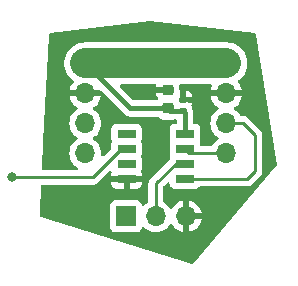
<source format=gbr>
%TF.GenerationSoftware,KiCad,Pcbnew,7.0.8*%
%TF.CreationDate,2024-09-29T17:06:50-05:00*%
%TF.ProjectId,CapacitiveLedFadeTiny,43617061-6369-4746-9976-654c65644661,rev?*%
%TF.SameCoordinates,Original*%
%TF.FileFunction,Copper,L1,Top*%
%TF.FilePolarity,Positive*%
%FSLAX46Y46*%
G04 Gerber Fmt 4.6, Leading zero omitted, Abs format (unit mm)*
G04 Created by KiCad (PCBNEW 7.0.8) date 2024-09-29 17:06:50*
%MOMM*%
%LPD*%
G01*
G04 APERTURE LIST*
G04 Aperture macros list*
%AMRoundRect*
0 Rectangle with rounded corners*
0 $1 Rounding radius*
0 $2 $3 $4 $5 $6 $7 $8 $9 X,Y pos of 4 corners*
0 Add a 4 corners polygon primitive as box body*
4,1,4,$2,$3,$4,$5,$6,$7,$8,$9,$2,$3,0*
0 Add four circle primitives for the rounded corners*
1,1,$1+$1,$2,$3*
1,1,$1+$1,$4,$5*
1,1,$1+$1,$6,$7*
1,1,$1+$1,$8,$9*
0 Add four rect primitives between the rounded corners*
20,1,$1+$1,$2,$3,$4,$5,0*
20,1,$1+$1,$4,$5,$6,$7,0*
20,1,$1+$1,$6,$7,$8,$9,0*
20,1,$1+$1,$8,$9,$2,$3,0*%
G04 Aperture macros list end*
%TA.AperFunction,SMDPad,CuDef*%
%ADD10R,1.600000X0.700000*%
%TD*%
%TA.AperFunction,ComponentPad*%
%ADD11R,1.700000X1.700000*%
%TD*%
%TA.AperFunction,ComponentPad*%
%ADD12O,1.700000X1.700000*%
%TD*%
%TA.AperFunction,SMDPad,CuDef*%
%ADD13RoundRect,0.225000X0.250000X-0.225000X0.250000X0.225000X-0.250000X0.225000X-0.250000X-0.225000X0*%
%TD*%
%TA.AperFunction,SMDPad,CuDef*%
%ADD14RoundRect,0.140000X0.170000X-0.140000X0.170000X0.140000X-0.170000X0.140000X-0.170000X-0.140000X0*%
%TD*%
%TA.AperFunction,ViaPad*%
%ADD15C,0.800000*%
%TD*%
%TA.AperFunction,Conductor*%
%ADD16C,0.250000*%
%TD*%
%TA.AperFunction,Conductor*%
%ADD17C,0.381000*%
%TD*%
%TA.AperFunction,Conductor*%
%ADD18C,2.540000*%
%TD*%
G04 APERTURE END LIST*
D10*
%TO.P,U1,3,PB4*%
%TO.N,unconnected-(U1-PB4-Pad3)*%
X126821000Y-99695000D03*
%TO.P,U1,2,PB3*%
%TO.N,Net-(J4-Pin_1)*%
X126821000Y-98425000D03*
%TO.P,U1,4,GND*%
%TO.N,GND*%
X126821000Y-100965000D03*
%TO.P,U1,1,PB5*%
%TO.N,unconnected-(U1-PB5-Pad1)*%
X126821000Y-97155000D03*
%TO.P,U1,5,PB0*%
%TO.N,/SDA*%
X131751000Y-100965000D03*
%TO.P,U1,6,PB1*%
%TO.N,Net-(J3-Pin_2)*%
X131751000Y-99695000D03*
%TO.P,U1,7,PB2*%
%TO.N,/SCLK*%
X131751000Y-98425000D03*
%TO.P,U1,8,VCC*%
%TO.N,VCC*%
X131751000Y-97155000D03*
%TD*%
D11*
%TO.P,J3,1,Pin_1*%
%TO.N,VCC*%
X126746000Y-104140000D03*
D12*
%TO.P,J3,2,Pin_2*%
%TO.N,Net-(J3-Pin_2)*%
X129286000Y-104140000D03*
%TO.P,J3,3,Pin_3*%
%TO.N,GND*%
X131826000Y-104140000D03*
%TD*%
D11*
%TO.P,J ,1,Pin_1*%
%TO.N,VCC*%
X135255000Y-91186000D03*
D12*
%TO.P,J ,2,Pin_2*%
%TO.N,GND*%
X135255000Y-93726000D03*
%TO.P,J ,3,Pin_3*%
%TO.N,/SDA*%
X135255000Y-96266000D03*
%TO.P,J ,4,Pin_4*%
%TO.N,/SCLK*%
X135255000Y-98806000D03*
%TD*%
D11*
%TO.P,J ,1,Pin_1*%
%TO.N,VCC*%
X123317000Y-91186000D03*
D12*
%TO.P,J ,2,Pin_2*%
%TO.N,GND*%
X123317000Y-93726000D03*
%TO.P,J ,3,Pin_3*%
%TO.N,/SDA*%
X123317000Y-96266000D03*
%TO.P,J ,4,Pin_4*%
%TO.N,/SCLK*%
X123317000Y-98806000D03*
%TD*%
D13*
%TO.P,C2,2*%
%TO.N,GND*%
X130302000Y-93459000D03*
%TO.P,C2,1*%
%TO.N,VCC*%
X130302000Y-95009000D03*
%TD*%
D14*
%TO.P,C1,2*%
%TO.N,GND*%
X131572000Y-94262000D03*
%TO.P,C1,1*%
%TO.N,VCC*%
X131572000Y-95222000D03*
%TD*%
D15*
%TO.N,Net-(J4-Pin_1)*%
X117094000Y-100838000D03*
%TD*%
D16*
%TO.N,Net-(J4-Pin_1)*%
X126365000Y-98425000D02*
X126821000Y-98425000D01*
X123952000Y-100838000D02*
X126365000Y-98425000D01*
X117094000Y-100838000D02*
X123952000Y-100838000D01*
%TO.N,Net-(J3-Pin_2)*%
X129286000Y-101360000D02*
X129286000Y-104140000D01*
X130951000Y-99695000D02*
X129286000Y-101360000D01*
X131751000Y-99695000D02*
X130951000Y-99695000D01*
%TO.N,/SDA*%
X137033000Y-100965000D02*
X131751000Y-100965000D01*
X136652000Y-96266000D02*
X137668000Y-97282000D01*
X137668000Y-100330000D02*
X137033000Y-100965000D01*
X135255000Y-96266000D02*
X136652000Y-96266000D01*
X137668000Y-97282000D02*
X137668000Y-100330000D01*
%TO.N,/SCLK*%
X132132000Y-98806000D02*
X131751000Y-98425000D01*
X135255000Y-98806000D02*
X132132000Y-98806000D01*
D17*
%TO.N,VCC*%
X127140000Y-95009000D02*
X123317000Y-91186000D01*
X130302000Y-95009000D02*
X127140000Y-95009000D01*
X131572000Y-95222000D02*
X130515000Y-95222000D01*
D16*
X130515000Y-95222000D02*
X130302000Y-95009000D01*
D17*
X131751000Y-97155000D02*
X131751000Y-95401000D01*
D16*
X131751000Y-95401000D02*
X131572000Y-95222000D01*
D18*
X123317000Y-91186000D02*
X135255000Y-91186000D01*
%TD*%
%TA.AperFunction,Conductor*%
%TO.N,GND*%
G36*
X137642469Y-88647266D02*
G01*
X137706826Y-88674465D01*
X137746263Y-88732141D01*
X137750791Y-88750975D01*
X139505048Y-99777735D01*
X139496141Y-99847034D01*
X139477139Y-99877442D01*
X132455204Y-108153294D01*
X132396821Y-108191677D01*
X132326956Y-108192402D01*
X132323535Y-108191383D01*
X119539439Y-104180686D01*
X119481366Y-104141837D01*
X119453515Y-104077758D01*
X119452707Y-104056281D01*
X119460885Y-103889999D01*
X119574422Y-101581407D01*
X119597376Y-101515417D01*
X119652363Y-101472312D01*
X119698272Y-101463500D01*
X123869257Y-101463500D01*
X123884877Y-101465224D01*
X123884904Y-101464939D01*
X123892660Y-101465671D01*
X123892667Y-101465673D01*
X123961814Y-101463500D01*
X123991350Y-101463500D01*
X123998228Y-101462630D01*
X124004041Y-101462172D01*
X124050627Y-101460709D01*
X124069869Y-101455117D01*
X124088912Y-101451174D01*
X124108792Y-101448664D01*
X124152122Y-101431507D01*
X124157646Y-101429617D01*
X124161396Y-101428527D01*
X124202390Y-101416618D01*
X124219629Y-101406422D01*
X124237103Y-101397862D01*
X124255727Y-101390488D01*
X124255727Y-101390487D01*
X124255732Y-101390486D01*
X124293449Y-101363082D01*
X124298305Y-101359892D01*
X124338420Y-101336170D01*
X124352589Y-101321999D01*
X124367379Y-101309368D01*
X124383587Y-101297594D01*
X124413299Y-101261676D01*
X124417212Y-101257376D01*
X124459588Y-101215000D01*
X125521000Y-101215000D01*
X125521000Y-101362844D01*
X125527401Y-101422372D01*
X125527403Y-101422379D01*
X125577645Y-101557086D01*
X125577649Y-101557093D01*
X125663809Y-101672187D01*
X125663812Y-101672190D01*
X125778906Y-101758350D01*
X125778913Y-101758354D01*
X125913620Y-101808596D01*
X125913627Y-101808598D01*
X125973155Y-101814999D01*
X125973172Y-101815000D01*
X126571000Y-101815000D01*
X126571000Y-101215000D01*
X127071000Y-101215000D01*
X127071000Y-101815000D01*
X127668828Y-101815000D01*
X127668844Y-101814999D01*
X127728372Y-101808598D01*
X127728379Y-101808596D01*
X127863086Y-101758354D01*
X127863093Y-101758350D01*
X127978187Y-101672190D01*
X127978190Y-101672187D01*
X128064350Y-101557093D01*
X128064354Y-101557086D01*
X128114596Y-101422379D01*
X128114598Y-101422372D01*
X128120999Y-101362844D01*
X128121000Y-101362827D01*
X128121000Y-101215000D01*
X127071000Y-101215000D01*
X126571000Y-101215000D01*
X125521000Y-101215000D01*
X124459588Y-101215000D01*
X125338744Y-100335844D01*
X125400065Y-100302361D01*
X125469757Y-100307345D01*
X125525690Y-100349217D01*
X125550107Y-100414681D01*
X125542606Y-100466858D01*
X125527402Y-100507621D01*
X125527401Y-100507627D01*
X125521000Y-100567155D01*
X125521000Y-100715000D01*
X128121000Y-100715000D01*
X128121000Y-100567172D01*
X128120999Y-100567155D01*
X128114598Y-100507627D01*
X128114597Y-100507623D01*
X128064776Y-100374049D01*
X128059792Y-100304358D01*
X128064776Y-100287381D01*
X128064793Y-100287334D01*
X128064796Y-100287331D01*
X128115091Y-100152483D01*
X128121500Y-100092873D01*
X128121499Y-99297128D01*
X128115091Y-99237517D01*
X128065042Y-99103330D01*
X128060059Y-99033642D01*
X128065039Y-99016678D01*
X128115091Y-98882483D01*
X128121500Y-98822873D01*
X128121499Y-98027128D01*
X128115091Y-97967517D01*
X128065042Y-97833330D01*
X128060059Y-97763642D01*
X128065039Y-97746678D01*
X128115091Y-97612483D01*
X128121500Y-97552873D01*
X128121499Y-96757128D01*
X128115091Y-96697517D01*
X128064796Y-96562669D01*
X128064795Y-96562668D01*
X128064793Y-96562664D01*
X127978547Y-96447455D01*
X127978544Y-96447452D01*
X127863335Y-96361206D01*
X127863328Y-96361202D01*
X127728482Y-96310908D01*
X127728483Y-96310908D01*
X127668883Y-96304501D01*
X127668881Y-96304500D01*
X127668873Y-96304500D01*
X127668864Y-96304500D01*
X125973129Y-96304500D01*
X125973123Y-96304501D01*
X125913516Y-96310908D01*
X125778671Y-96361202D01*
X125778664Y-96361206D01*
X125663455Y-96447452D01*
X125663452Y-96447455D01*
X125577206Y-96562664D01*
X125577202Y-96562671D01*
X125526908Y-96697517D01*
X125520501Y-96757116D01*
X125520501Y-96757123D01*
X125520500Y-96757135D01*
X125520500Y-97552870D01*
X125520501Y-97552876D01*
X125526909Y-97612484D01*
X125576955Y-97746668D01*
X125581939Y-97816360D01*
X125576955Y-97833332D01*
X125526909Y-97967514D01*
X125526908Y-97967516D01*
X125520501Y-98027116D01*
X125520501Y-98027123D01*
X125520500Y-98027135D01*
X125520500Y-98333546D01*
X125500815Y-98400585D01*
X125484181Y-98421227D01*
X124872645Y-99032762D01*
X124811322Y-99066247D01*
X124741630Y-99061263D01*
X124685697Y-99019391D01*
X124661280Y-98953927D01*
X124661436Y-98934273D01*
X124665968Y-98882481D01*
X124672659Y-98806000D01*
X124652063Y-98570592D01*
X124590903Y-98342337D01*
X124491035Y-98128171D01*
X124490652Y-98127623D01*
X124355494Y-97934597D01*
X124188402Y-97767506D01*
X124188396Y-97767501D01*
X124002842Y-97637575D01*
X123959217Y-97582998D01*
X123952023Y-97513500D01*
X123983546Y-97451145D01*
X124002842Y-97434425D01*
X124102359Y-97364742D01*
X124188401Y-97304495D01*
X124355495Y-97137401D01*
X124491035Y-96943830D01*
X124590903Y-96729663D01*
X124652063Y-96501408D01*
X124672659Y-96266000D01*
X124652063Y-96030592D01*
X124594771Y-95816773D01*
X124590905Y-95802344D01*
X124590904Y-95802343D01*
X124590903Y-95802337D01*
X124491035Y-95588171D01*
X124490652Y-95587623D01*
X124355494Y-95394597D01*
X124188402Y-95227506D01*
X124188401Y-95227505D01*
X124002405Y-95097269D01*
X123958781Y-95042692D01*
X123951588Y-94973193D01*
X123983110Y-94910839D01*
X124002405Y-94894119D01*
X124188082Y-94764105D01*
X124355105Y-94597082D01*
X124490600Y-94403578D01*
X124590429Y-94189492D01*
X124590432Y-94189486D01*
X124647636Y-93976000D01*
X123750686Y-93976000D01*
X123776493Y-93935844D01*
X123817000Y-93797889D01*
X123817000Y-93654111D01*
X123776493Y-93516156D01*
X123750686Y-93476000D01*
X124578416Y-93476000D01*
X124645455Y-93495685D01*
X124666097Y-93512319D01*
X126635320Y-95481542D01*
X126637856Y-95484236D01*
X126678417Y-95530020D01*
X126728755Y-95564767D01*
X126731755Y-95566974D01*
X126779894Y-95604688D01*
X126788865Y-95608725D01*
X126808420Y-95619754D01*
X126816518Y-95625344D01*
X126873695Y-95647028D01*
X126877149Y-95648459D01*
X126932915Y-95673557D01*
X126942596Y-95675331D01*
X126964218Y-95681359D01*
X126973416Y-95684847D01*
X126973417Y-95684848D01*
X126982680Y-95685972D01*
X127034135Y-95692220D01*
X127037806Y-95692779D01*
X127097971Y-95703805D01*
X127155043Y-95700352D01*
X127159007Y-95700113D01*
X127162752Y-95700000D01*
X129440626Y-95700000D01*
X129507665Y-95719685D01*
X129528307Y-95736319D01*
X129598955Y-95806967D01*
X129598959Y-95806970D01*
X129743294Y-95895998D01*
X129743297Y-95895999D01*
X129743303Y-95896003D01*
X129904292Y-95949349D01*
X130003655Y-95959500D01*
X130600344Y-95959499D01*
X130600352Y-95959498D01*
X130600355Y-95959498D01*
X130654760Y-95953940D01*
X130699708Y-95949349D01*
X130790409Y-95919294D01*
X130829413Y-95913000D01*
X130936000Y-95913000D01*
X131003039Y-95932685D01*
X131048794Y-95985489D01*
X131060000Y-96037000D01*
X131060000Y-96180500D01*
X131040315Y-96247539D01*
X130987511Y-96293294D01*
X130936003Y-96304500D01*
X130903131Y-96304500D01*
X130903123Y-96304501D01*
X130843516Y-96310908D01*
X130708671Y-96361202D01*
X130708664Y-96361206D01*
X130593455Y-96447452D01*
X130593452Y-96447455D01*
X130507206Y-96562664D01*
X130507202Y-96562671D01*
X130456908Y-96697517D01*
X130450501Y-96757116D01*
X130450501Y-96757123D01*
X130450500Y-96757135D01*
X130450500Y-97552870D01*
X130450501Y-97552876D01*
X130456909Y-97612484D01*
X130506955Y-97746668D01*
X130511939Y-97816360D01*
X130506955Y-97833332D01*
X130456909Y-97967514D01*
X130456908Y-97967516D01*
X130450501Y-98027116D01*
X130450501Y-98027123D01*
X130450500Y-98027135D01*
X130450500Y-98822870D01*
X130450501Y-98822876D01*
X130456909Y-98882484D01*
X130506955Y-99016668D01*
X130511939Y-99086360D01*
X130506955Y-99103332D01*
X130456909Y-99237514D01*
X130456909Y-99237515D01*
X130453515Y-99269078D01*
X130426776Y-99333628D01*
X130417907Y-99343501D01*
X128902208Y-100859199D01*
X128889951Y-100869020D01*
X128890134Y-100869241D01*
X128884123Y-100874213D01*
X128836772Y-100924636D01*
X128815889Y-100945519D01*
X128815877Y-100945532D01*
X128811621Y-100951017D01*
X128807837Y-100955447D01*
X128775937Y-100989418D01*
X128775936Y-100989420D01*
X128766284Y-101006976D01*
X128755610Y-101023226D01*
X128743329Y-101039061D01*
X128743324Y-101039068D01*
X128724815Y-101081838D01*
X128722245Y-101087084D01*
X128699803Y-101127906D01*
X128694822Y-101147307D01*
X128688521Y-101165710D01*
X128680562Y-101184102D01*
X128680561Y-101184105D01*
X128673271Y-101230127D01*
X128672087Y-101235846D01*
X128660501Y-101280972D01*
X128660500Y-101280982D01*
X128660500Y-101301016D01*
X128658973Y-101320415D01*
X128655840Y-101340194D01*
X128655840Y-101340195D01*
X128660225Y-101386583D01*
X128660500Y-101392421D01*
X128660500Y-102864773D01*
X128640815Y-102931812D01*
X128607623Y-102966348D01*
X128414600Y-103101503D01*
X128292673Y-103223430D01*
X128231350Y-103256914D01*
X128161658Y-103251930D01*
X128105725Y-103210058D01*
X128088810Y-103179081D01*
X128039797Y-103047671D01*
X128039793Y-103047664D01*
X127953547Y-102932455D01*
X127953544Y-102932452D01*
X127838335Y-102846206D01*
X127838328Y-102846202D01*
X127703482Y-102795908D01*
X127703483Y-102795908D01*
X127643883Y-102789501D01*
X127643881Y-102789500D01*
X127643873Y-102789500D01*
X127643864Y-102789500D01*
X125848129Y-102789500D01*
X125848123Y-102789501D01*
X125788516Y-102795908D01*
X125653671Y-102846202D01*
X125653664Y-102846206D01*
X125538455Y-102932452D01*
X125538452Y-102932455D01*
X125452206Y-103047664D01*
X125452202Y-103047671D01*
X125401908Y-103182517D01*
X125395501Y-103242116D01*
X125395500Y-103242135D01*
X125395500Y-105037870D01*
X125395501Y-105037876D01*
X125401908Y-105097483D01*
X125452202Y-105232328D01*
X125452206Y-105232335D01*
X125538452Y-105347544D01*
X125538455Y-105347547D01*
X125653664Y-105433793D01*
X125653671Y-105433797D01*
X125788517Y-105484091D01*
X125788516Y-105484091D01*
X125795444Y-105484835D01*
X125848127Y-105490500D01*
X127643872Y-105490499D01*
X127703483Y-105484091D01*
X127838331Y-105433796D01*
X127953546Y-105347546D01*
X128039796Y-105232331D01*
X128088810Y-105100916D01*
X128130681Y-105044984D01*
X128196145Y-105020566D01*
X128264418Y-105035417D01*
X128292673Y-105056569D01*
X128414599Y-105178495D01*
X128511384Y-105246265D01*
X128608165Y-105314032D01*
X128608167Y-105314033D01*
X128608170Y-105314035D01*
X128822337Y-105413903D01*
X129050592Y-105475063D01*
X129227034Y-105490500D01*
X129285999Y-105495659D01*
X129286000Y-105495659D01*
X129286001Y-105495659D01*
X129344966Y-105490500D01*
X129521408Y-105475063D01*
X129749663Y-105413903D01*
X129963830Y-105314035D01*
X130157401Y-105178495D01*
X130324495Y-105011401D01*
X130454730Y-104825405D01*
X130509307Y-104781781D01*
X130578805Y-104774587D01*
X130641160Y-104806110D01*
X130657879Y-104825405D01*
X130787890Y-105011078D01*
X130954917Y-105178105D01*
X131148421Y-105313600D01*
X131362507Y-105413429D01*
X131362516Y-105413433D01*
X131576000Y-105470634D01*
X131576000Y-104575501D01*
X131683685Y-104624680D01*
X131790237Y-104640000D01*
X131861763Y-104640000D01*
X131968315Y-104624680D01*
X132076000Y-104575501D01*
X132076000Y-105470633D01*
X132289483Y-105413433D01*
X132289492Y-105413429D01*
X132503578Y-105313600D01*
X132697082Y-105178105D01*
X132864105Y-105011082D01*
X132999600Y-104817578D01*
X133099429Y-104603492D01*
X133099432Y-104603486D01*
X133156636Y-104390000D01*
X132259686Y-104390000D01*
X132285493Y-104349844D01*
X132326000Y-104211889D01*
X132326000Y-104068111D01*
X132285493Y-103930156D01*
X132259686Y-103890000D01*
X133156636Y-103890000D01*
X133156635Y-103889999D01*
X133099432Y-103676513D01*
X133099429Y-103676507D01*
X132999600Y-103462422D01*
X132999599Y-103462420D01*
X132864113Y-103268926D01*
X132864108Y-103268920D01*
X132697082Y-103101894D01*
X132503578Y-102966399D01*
X132289492Y-102866570D01*
X132289486Y-102866567D01*
X132076000Y-102809364D01*
X132076000Y-103704498D01*
X131968315Y-103655320D01*
X131861763Y-103640000D01*
X131790237Y-103640000D01*
X131683685Y-103655320D01*
X131576000Y-103704498D01*
X131576000Y-102809364D01*
X131575999Y-102809364D01*
X131362513Y-102866567D01*
X131362507Y-102866570D01*
X131148422Y-102966399D01*
X131148420Y-102966400D01*
X130954926Y-103101886D01*
X130954920Y-103101891D01*
X130787891Y-103268920D01*
X130787890Y-103268922D01*
X130657880Y-103454595D01*
X130603303Y-103498219D01*
X130533804Y-103505412D01*
X130471450Y-103473890D01*
X130454730Y-103454594D01*
X130324494Y-103268597D01*
X130157402Y-103101506D01*
X130157401Y-103101505D01*
X130024093Y-103008161D01*
X129964376Y-102966347D01*
X129920751Y-102911770D01*
X129911500Y-102864772D01*
X129911500Y-101670451D01*
X129931185Y-101603412D01*
X129947815Y-101582774D01*
X130239786Y-101290803D01*
X130301106Y-101257320D01*
X130370797Y-101262304D01*
X130426731Y-101304175D01*
X130450754Y-101365231D01*
X130456909Y-101422483D01*
X130507202Y-101557328D01*
X130507206Y-101557335D01*
X130593452Y-101672544D01*
X130593455Y-101672547D01*
X130708664Y-101758793D01*
X130708671Y-101758797D01*
X130843517Y-101809091D01*
X130843516Y-101809091D01*
X130850444Y-101809835D01*
X130903127Y-101815500D01*
X132598872Y-101815499D01*
X132658483Y-101809091D01*
X132793331Y-101758796D01*
X132908546Y-101672546D01*
X132910115Y-101670451D01*
X132932768Y-101640190D01*
X132988701Y-101598318D01*
X133032035Y-101590500D01*
X136950257Y-101590500D01*
X136965877Y-101592224D01*
X136965904Y-101591939D01*
X136973660Y-101592671D01*
X136973667Y-101592673D01*
X137042814Y-101590500D01*
X137072350Y-101590500D01*
X137079228Y-101589630D01*
X137085041Y-101589172D01*
X137131627Y-101587709D01*
X137150869Y-101582117D01*
X137169912Y-101578174D01*
X137189792Y-101575664D01*
X137233122Y-101558507D01*
X137238646Y-101556617D01*
X137242396Y-101555527D01*
X137283390Y-101543618D01*
X137300629Y-101533422D01*
X137318103Y-101524862D01*
X137336727Y-101517488D01*
X137336727Y-101517487D01*
X137336732Y-101517486D01*
X137374449Y-101490082D01*
X137379305Y-101486892D01*
X137419420Y-101463170D01*
X137433589Y-101448999D01*
X137448379Y-101436368D01*
X137464587Y-101424594D01*
X137494299Y-101388676D01*
X137498212Y-101384376D01*
X138051786Y-100830802D01*
X138064048Y-100820980D01*
X138063865Y-100820759D01*
X138069867Y-100815792D01*
X138069877Y-100815786D01*
X138117241Y-100765348D01*
X138138120Y-100744470D01*
X138142373Y-100738986D01*
X138146150Y-100734563D01*
X138178062Y-100700582D01*
X138187714Y-100683023D01*
X138198389Y-100666772D01*
X138210674Y-100650936D01*
X138229186Y-100608152D01*
X138231742Y-100602935D01*
X138251404Y-100567172D01*
X138254194Y-100562098D01*
X138254194Y-100562097D01*
X138254197Y-100562092D01*
X138259180Y-100542680D01*
X138265477Y-100524291D01*
X138273438Y-100505895D01*
X138280729Y-100459853D01*
X138281908Y-100454162D01*
X138293500Y-100409019D01*
X138293500Y-100388983D01*
X138295027Y-100369582D01*
X138298160Y-100349804D01*
X138293775Y-100303415D01*
X138293500Y-100297577D01*
X138293500Y-97364742D01*
X138295224Y-97349122D01*
X138294939Y-97349096D01*
X138295671Y-97341340D01*
X138295673Y-97341333D01*
X138293500Y-97272185D01*
X138293500Y-97242650D01*
X138292631Y-97235772D01*
X138292172Y-97229943D01*
X138290709Y-97183372D01*
X138285122Y-97164144D01*
X138281174Y-97145084D01*
X138278663Y-97125204D01*
X138261512Y-97081887D01*
X138259619Y-97076358D01*
X138246618Y-97031609D01*
X138246616Y-97031606D01*
X138236423Y-97014371D01*
X138227861Y-96996894D01*
X138220487Y-96978270D01*
X138220486Y-96978268D01*
X138193079Y-96940545D01*
X138189888Y-96935686D01*
X138188168Y-96932778D01*
X138166170Y-96895580D01*
X138166168Y-96895578D01*
X138166165Y-96895574D01*
X138152006Y-96881415D01*
X138139368Y-96866619D01*
X138127594Y-96850413D01*
X138091688Y-96820709D01*
X138087376Y-96816786D01*
X137152803Y-95882212D01*
X137142980Y-95869950D01*
X137142759Y-95870134D01*
X137137786Y-95864123D01*
X137087364Y-95816773D01*
X137072926Y-95802335D01*
X137066475Y-95795883D01*
X137060986Y-95791625D01*
X137056561Y-95787847D01*
X137022582Y-95755938D01*
X137022580Y-95755936D01*
X137022577Y-95755935D01*
X137005029Y-95746288D01*
X136988763Y-95735604D01*
X136972933Y-95723325D01*
X136930168Y-95704818D01*
X136924922Y-95702248D01*
X136884093Y-95679803D01*
X136884092Y-95679802D01*
X136864693Y-95674822D01*
X136846281Y-95668518D01*
X136827898Y-95660562D01*
X136827892Y-95660560D01*
X136781874Y-95653272D01*
X136776152Y-95652087D01*
X136731021Y-95640500D01*
X136731019Y-95640500D01*
X136710984Y-95640500D01*
X136691586Y-95638973D01*
X136684162Y-95637797D01*
X136671805Y-95635840D01*
X136671804Y-95635840D01*
X136625416Y-95640225D01*
X136619578Y-95640500D01*
X136530227Y-95640500D01*
X136463188Y-95620815D01*
X136428652Y-95587623D01*
X136293494Y-95394597D01*
X136126402Y-95227506D01*
X136126401Y-95227505D01*
X135940405Y-95097269D01*
X135896781Y-95042692D01*
X135889588Y-94973193D01*
X135921110Y-94910839D01*
X135940405Y-94894119D01*
X136126082Y-94764105D01*
X136293105Y-94597082D01*
X136428600Y-94403578D01*
X136528429Y-94189492D01*
X136528432Y-94189486D01*
X136585636Y-93976000D01*
X135688686Y-93976000D01*
X135714493Y-93935844D01*
X135755000Y-93797889D01*
X135755000Y-93654111D01*
X135714493Y-93516156D01*
X135688686Y-93476000D01*
X136585636Y-93476000D01*
X136585635Y-93475999D01*
X136528432Y-93262513D01*
X136528429Y-93262507D01*
X136428600Y-93048422D01*
X136428599Y-93048420D01*
X136293113Y-92854926D01*
X136293108Y-92854920D01*
X136262026Y-92823838D01*
X136228541Y-92762515D01*
X136233525Y-92692823D01*
X136272394Y-92639210D01*
X136462623Y-92487508D01*
X136643114Y-92292984D01*
X136792598Y-92073733D01*
X136907734Y-91834650D01*
X136985950Y-91581078D01*
X137025500Y-91318681D01*
X137025500Y-91053319D01*
X136985950Y-90790922D01*
X136907734Y-90537350D01*
X136792598Y-90298268D01*
X136643114Y-90079016D01*
X136462623Y-89884492D01*
X136255155Y-89719042D01*
X136025345Y-89586361D01*
X135778327Y-89489414D01*
X135778322Y-89489412D01*
X135778313Y-89489410D01*
X135558243Y-89439180D01*
X135519619Y-89430365D01*
X135519618Y-89430364D01*
X135519614Y-89430364D01*
X135519609Y-89430363D01*
X135321261Y-89415500D01*
X135321255Y-89415500D01*
X123250745Y-89415500D01*
X123250739Y-89415500D01*
X123052390Y-89430363D01*
X123052385Y-89430364D01*
X122793686Y-89489410D01*
X122793667Y-89489416D01*
X122546654Y-89586361D01*
X122316845Y-89719042D01*
X122109377Y-89884492D01*
X122109375Y-89884494D01*
X121928883Y-90079019D01*
X121779404Y-90298263D01*
X121779397Y-90298274D01*
X121664268Y-90537344D01*
X121664261Y-90537363D01*
X121586051Y-90790916D01*
X121586048Y-90790926D01*
X121546500Y-91053311D01*
X121546500Y-91318688D01*
X121586048Y-91581073D01*
X121586051Y-91581083D01*
X121664261Y-91834636D01*
X121664268Y-91834655D01*
X121779397Y-92073723D01*
X121779398Y-92073725D01*
X121779400Y-92073728D01*
X121779402Y-92073732D01*
X121928886Y-92292984D01*
X122109377Y-92487508D01*
X122299605Y-92639210D01*
X122339745Y-92696397D01*
X122342595Y-92766209D01*
X122309974Y-92823836D01*
X122278891Y-92854919D01*
X122143400Y-93048420D01*
X122143399Y-93048422D01*
X122043570Y-93262507D01*
X122043567Y-93262513D01*
X121986364Y-93475999D01*
X121986364Y-93476000D01*
X122883314Y-93476000D01*
X122857507Y-93516156D01*
X122817000Y-93654111D01*
X122817000Y-93797889D01*
X122857507Y-93935844D01*
X122883314Y-93976000D01*
X121986364Y-93976000D01*
X122043567Y-94189486D01*
X122043570Y-94189492D01*
X122143399Y-94403578D01*
X122278894Y-94597082D01*
X122445917Y-94764105D01*
X122631595Y-94894119D01*
X122675219Y-94948696D01*
X122682412Y-95018195D01*
X122650890Y-95080549D01*
X122631595Y-95097269D01*
X122445594Y-95227508D01*
X122278505Y-95394597D01*
X122142965Y-95588169D01*
X122142964Y-95588171D01*
X122043098Y-95802335D01*
X122043094Y-95802344D01*
X121981938Y-96030586D01*
X121981936Y-96030596D01*
X121961341Y-96265999D01*
X121961341Y-96266000D01*
X121981936Y-96501403D01*
X121981938Y-96501413D01*
X122043094Y-96729655D01*
X122043096Y-96729659D01*
X122043097Y-96729663D01*
X122085553Y-96820709D01*
X122142965Y-96943830D01*
X122142967Y-96943834D01*
X122239634Y-97081887D01*
X122278501Y-97137396D01*
X122278506Y-97137402D01*
X122445597Y-97304493D01*
X122445603Y-97304498D01*
X122631158Y-97434425D01*
X122674783Y-97489002D01*
X122681977Y-97558500D01*
X122650454Y-97620855D01*
X122631158Y-97637575D01*
X122445597Y-97767505D01*
X122278505Y-97934597D01*
X122142965Y-98128169D01*
X122142964Y-98128171D01*
X122043098Y-98342335D01*
X122043094Y-98342344D01*
X121981938Y-98570586D01*
X121981936Y-98570596D01*
X121961341Y-98805999D01*
X121961341Y-98806000D01*
X121981936Y-99041403D01*
X121981938Y-99041413D01*
X122043094Y-99269655D01*
X122043096Y-99269659D01*
X122043097Y-99269663D01*
X122082278Y-99353687D01*
X122142965Y-99483830D01*
X122142967Y-99483834D01*
X122251281Y-99638521D01*
X122278505Y-99677401D01*
X122445599Y-99844495D01*
X122639170Y-99980035D01*
X122639179Y-99980039D01*
X122641036Y-99981112D01*
X122641695Y-99981803D01*
X122643604Y-99983140D01*
X122643335Y-99983523D01*
X122689252Y-100031679D01*
X122702476Y-100100285D01*
X122676509Y-100165151D01*
X122619595Y-100205680D01*
X122579037Y-100212500D01*
X119771994Y-100212500D01*
X119704955Y-100192815D01*
X119659200Y-100140011D01*
X119648144Y-100082409D01*
X119759589Y-97816360D01*
X120204858Y-88762551D01*
X120227811Y-88696563D01*
X120282798Y-88653458D01*
X120313929Y-88645530D01*
X128763556Y-87631732D01*
X128792456Y-87631659D01*
X137642469Y-88647266D01*
G37*
%TD.AperFunction*%
%TA.AperFunction,Conductor*%
G36*
X133996662Y-92976185D02*
G01*
X134042417Y-93028989D01*
X134052361Y-93098147D01*
X134042005Y-93132905D01*
X133981569Y-93262507D01*
X133981567Y-93262513D01*
X133924364Y-93475999D01*
X133924364Y-93476000D01*
X134821314Y-93476000D01*
X134795507Y-93516156D01*
X134755000Y-93654111D01*
X134755000Y-93797889D01*
X134795507Y-93935844D01*
X134821314Y-93976000D01*
X133924364Y-93976000D01*
X133981567Y-94189486D01*
X133981570Y-94189492D01*
X134081399Y-94403578D01*
X134216894Y-94597082D01*
X134383917Y-94764105D01*
X134569595Y-94894119D01*
X134613219Y-94948696D01*
X134620412Y-95018195D01*
X134588890Y-95080549D01*
X134569595Y-95097269D01*
X134383594Y-95227508D01*
X134216505Y-95394597D01*
X134080965Y-95588169D01*
X134080964Y-95588171D01*
X133981098Y-95802335D01*
X133981094Y-95802344D01*
X133919938Y-96030586D01*
X133919936Y-96030596D01*
X133899341Y-96265999D01*
X133899341Y-96266000D01*
X133919936Y-96501403D01*
X133919938Y-96501413D01*
X133981094Y-96729655D01*
X133981096Y-96729659D01*
X133981097Y-96729663D01*
X134023553Y-96820709D01*
X134080965Y-96943830D01*
X134080967Y-96943834D01*
X134177634Y-97081887D01*
X134216501Y-97137396D01*
X134216506Y-97137402D01*
X134383597Y-97304493D01*
X134383603Y-97304498D01*
X134569158Y-97434425D01*
X134612783Y-97489002D01*
X134619977Y-97558500D01*
X134588454Y-97620855D01*
X134569158Y-97637575D01*
X134383597Y-97767505D01*
X134216505Y-97934597D01*
X134081348Y-98127623D01*
X134026771Y-98171248D01*
X133979773Y-98180500D01*
X133175499Y-98180500D01*
X133108460Y-98160815D01*
X133062705Y-98108011D01*
X133051499Y-98056500D01*
X133051499Y-98027129D01*
X133051498Y-98027123D01*
X133051497Y-98027116D01*
X133045091Y-97967517D01*
X132995042Y-97833330D01*
X132990059Y-97763642D01*
X132995039Y-97746678D01*
X133045091Y-97612483D01*
X133051500Y-97552873D01*
X133051499Y-96757128D01*
X133045091Y-96697517D01*
X132994796Y-96562669D01*
X132994795Y-96562668D01*
X132994793Y-96562664D01*
X132908547Y-96447455D01*
X132908544Y-96447452D01*
X132793335Y-96361206D01*
X132793328Y-96361202D01*
X132658482Y-96310908D01*
X132658483Y-96310908D01*
X132598883Y-96304501D01*
X132598881Y-96304500D01*
X132598873Y-96304500D01*
X132598865Y-96304500D01*
X132566000Y-96304500D01*
X132498961Y-96284815D01*
X132453206Y-96232011D01*
X132442000Y-96180500D01*
X132442000Y-95359201D01*
X132426848Y-95234420D01*
X132426847Y-95234414D01*
X132390558Y-95138728D01*
X132382500Y-95094757D01*
X132382500Y-95017308D01*
X132379643Y-94981008D01*
X132379642Y-94981002D01*
X132334495Y-94825609D01*
X132334494Y-94825605D01*
X132322089Y-94804630D01*
X132304906Y-94736909D01*
X132322091Y-94678384D01*
X132334032Y-94658194D01*
X132376504Y-94512000D01*
X132070352Y-94512000D01*
X132007233Y-94494732D01*
X131998395Y-94489506D01*
X131998393Y-94489505D01*
X131998389Y-94489503D01*
X131842997Y-94444357D01*
X131842991Y-94444356D01*
X131806692Y-94441500D01*
X131806690Y-94441500D01*
X131446000Y-94441500D01*
X131378961Y-94421815D01*
X131333206Y-94369011D01*
X131322000Y-94317500D01*
X131322000Y-93483209D01*
X131822000Y-93483209D01*
X131822000Y-94012000D01*
X132376504Y-94012000D01*
X132334031Y-93865804D01*
X132251721Y-93726625D01*
X132251714Y-93726616D01*
X132137383Y-93612285D01*
X132137374Y-93612278D01*
X131998195Y-93529968D01*
X131998190Y-93529966D01*
X131842918Y-93484855D01*
X131842912Y-93484854D01*
X131822000Y-93483209D01*
X131322000Y-93483209D01*
X131322000Y-93483208D01*
X131316828Y-93478428D01*
X131280961Y-93418467D01*
X131276999Y-93387372D01*
X131276999Y-93185692D01*
X131276998Y-93185677D01*
X131267541Y-93093102D01*
X131280311Y-93024409D01*
X131328191Y-92973525D01*
X131390899Y-92956500D01*
X133929623Y-92956500D01*
X133996662Y-92976185D01*
G37*
%TD.AperFunction*%
%TA.AperFunction,Conductor*%
G36*
X129280139Y-92976185D02*
G01*
X129325894Y-93028989D01*
X129336458Y-93093102D01*
X129327000Y-93185675D01*
X129327000Y-93209000D01*
X130428000Y-93209000D01*
X130495039Y-93228685D01*
X130540794Y-93281489D01*
X130552000Y-93333000D01*
X130552000Y-93585000D01*
X130532315Y-93652039D01*
X130479511Y-93697794D01*
X130428000Y-93709000D01*
X129327001Y-93709000D01*
X129327001Y-93732322D01*
X129337144Y-93831607D01*
X129390452Y-93992481D01*
X129390457Y-93992492D01*
X129474597Y-94128903D01*
X129493038Y-94196295D01*
X129472116Y-94262959D01*
X129418474Y-94307729D01*
X129369059Y-94318000D01*
X127477584Y-94318000D01*
X127410545Y-94298315D01*
X127389903Y-94281681D01*
X126276403Y-93168181D01*
X126242918Y-93106858D01*
X126247902Y-93037166D01*
X126289774Y-92981233D01*
X126355238Y-92956816D01*
X126364084Y-92956500D01*
X129213100Y-92956500D01*
X129280139Y-92976185D01*
G37*
%TD.AperFunction*%
%TD*%
M02*

</source>
